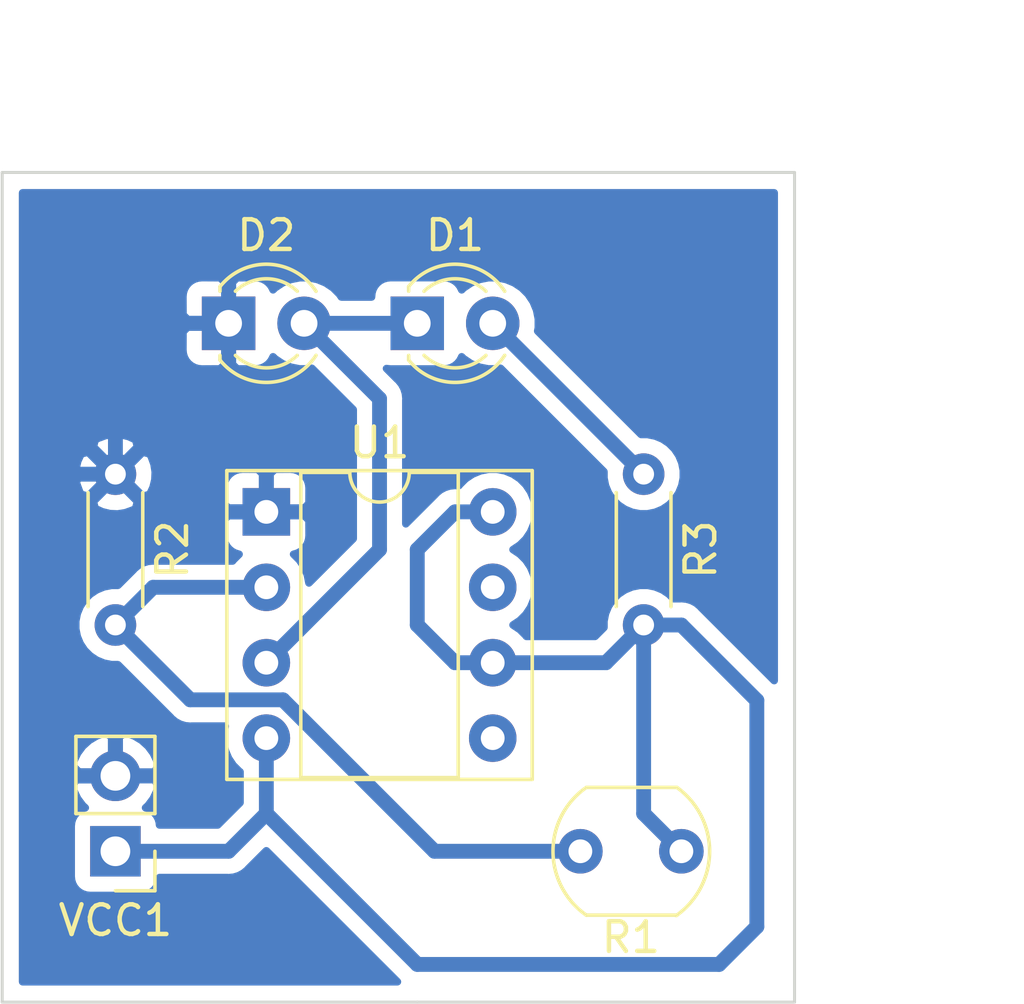
<source format=kicad_pcb>
(kicad_pcb (version 20171130) (host pcbnew "(5.1.9)-1")

  (general
    (thickness 1.6)
    (drawings 7)
    (tracks 39)
    (zones 0)
    (modules 7)
    (nets 8)
  )

  (page A4)
  (layers
    (0 F.Cu signal)
    (31 B.Cu signal)
    (32 B.Adhes user)
    (33 F.Adhes user)
    (34 B.Paste user)
    (35 F.Paste user)
    (36 B.SilkS user)
    (37 F.SilkS user)
    (38 B.Mask user)
    (39 F.Mask user)
    (40 Dwgs.User user)
    (41 Cmts.User user)
    (42 Eco1.User user)
    (43 Eco2.User user)
    (44 Edge.Cuts user)
    (45 Margin user)
    (46 B.CrtYd user)
    (47 F.CrtYd user)
    (48 B.Fab user)
    (49 F.Fab user)
  )

  (setup
    (last_trace_width 0.5)
    (trace_clearance 0.2)
    (zone_clearance 0.508)
    (zone_45_only no)
    (trace_min 0.2)
    (via_size 0.8)
    (via_drill 0.4)
    (via_min_size 0.4)
    (via_min_drill 0.3)
    (uvia_size 0.3)
    (uvia_drill 0.1)
    (uvias_allowed no)
    (uvia_min_size 0.2)
    (uvia_min_drill 0.1)
    (edge_width 0.1)
    (segment_width 0.2)
    (pcb_text_width 0.3)
    (pcb_text_size 1.5 1.5)
    (mod_edge_width 0.15)
    (mod_text_size 1 1)
    (mod_text_width 0.15)
    (pad_size 1.524 1.524)
    (pad_drill 0.762)
    (pad_to_mask_clearance 0)
    (aux_axis_origin 0 0)
    (visible_elements FFFFF77F)
    (pcbplotparams
      (layerselection 0x010fc_ffffffff)
      (usegerberextensions false)
      (usegerberattributes true)
      (usegerberadvancedattributes true)
      (creategerberjobfile true)
      (excludeedgelayer true)
      (linewidth 0.100000)
      (plotframeref false)
      (viasonmask false)
      (mode 1)
      (useauxorigin false)
      (hpglpennumber 1)
      (hpglpenspeed 20)
      (hpglpendiameter 15.000000)
      (psnegative false)
      (psa4output false)
      (plotreference true)
      (plotvalue true)
      (plotinvisibletext false)
      (padsonsilk false)
      (subtractmaskfromsilk false)
      (outputformat 1)
      (mirror false)
      (drillshape 1)
      (scaleselection 1)
      (outputdirectory ""))
  )

  (net 0 "")
  (net 1 "Net-(D1-Pad2)")
  (net 2 "Net-(D1-Pad1)")
  (net 3 "Net-(R1-Pad2)")
  (net 4 "Net-(R1-Pad1)")
  (net 5 "Net-(U1-Pad7)")
  (net 6 "Net-(U1-Pad5)")
  (net 7 GND)

  (net_class Default "This is the default net class."
    (clearance 0.2)
    (trace_width 0.5)
    (via_dia 0.8)
    (via_drill 0.4)
    (uvia_dia 0.3)
    (uvia_drill 0.1)
    (add_net GND)
    (add_net "Net-(D1-Pad1)")
    (add_net "Net-(D1-Pad2)")
    (add_net "Net-(R1-Pad1)")
    (add_net "Net-(R1-Pad2)")
    (add_net "Net-(U1-Pad5)")
    (add_net "Net-(U1-Pad7)")
  )

  (module Connector_PinHeader_2.54mm:PinHeader_1x02_P2.54mm_Vertical (layer F.Cu) (tedit 59FED5CC) (tstamp 6056222A)
    (at 133.35 88.9 180)
    (descr "Through hole straight pin header, 1x02, 2.54mm pitch, single row")
    (tags "Through hole pin header THT 1x02 2.54mm single row")
    (path /60560283)
    (fp_text reference VCC1 (at 0 -2.33) (layer F.SilkS)
      (effects (font (size 1 1) (thickness 0.15)))
    )
    (fp_text value "DC 9" (at 0 4.87) (layer F.Fab)
      (effects (font (size 1 1) (thickness 0.15)))
    )
    (fp_text user %R (at 0 1.27 90) (layer F.Fab)
      (effects (font (size 1 1) (thickness 0.15)))
    )
    (fp_line (start -0.635 -1.27) (end 1.27 -1.27) (layer F.Fab) (width 0.1))
    (fp_line (start 1.27 -1.27) (end 1.27 3.81) (layer F.Fab) (width 0.1))
    (fp_line (start 1.27 3.81) (end -1.27 3.81) (layer F.Fab) (width 0.1))
    (fp_line (start -1.27 3.81) (end -1.27 -0.635) (layer F.Fab) (width 0.1))
    (fp_line (start -1.27 -0.635) (end -0.635 -1.27) (layer F.Fab) (width 0.1))
    (fp_line (start -1.33 3.87) (end 1.33 3.87) (layer F.SilkS) (width 0.12))
    (fp_line (start -1.33 1.27) (end -1.33 3.87) (layer F.SilkS) (width 0.12))
    (fp_line (start 1.33 1.27) (end 1.33 3.87) (layer F.SilkS) (width 0.12))
    (fp_line (start -1.33 1.27) (end 1.33 1.27) (layer F.SilkS) (width 0.12))
    (fp_line (start -1.33 0) (end -1.33 -1.33) (layer F.SilkS) (width 0.12))
    (fp_line (start -1.33 -1.33) (end 0 -1.33) (layer F.SilkS) (width 0.12))
    (fp_line (start -1.8 -1.8) (end -1.8 4.35) (layer F.CrtYd) (width 0.05))
    (fp_line (start -1.8 4.35) (end 1.8 4.35) (layer F.CrtYd) (width 0.05))
    (fp_line (start 1.8 4.35) (end 1.8 -1.8) (layer F.CrtYd) (width 0.05))
    (fp_line (start 1.8 -1.8) (end -1.8 -1.8) (layer F.CrtYd) (width 0.05))
    (pad 2 thru_hole oval (at 0 2.54 180) (size 1.7 1.7) (drill 1) (layers *.Cu *.Mask)
      (net 7 GND))
    (pad 1 thru_hole rect (at 0 0 180) (size 1.7 1.7) (drill 1) (layers *.Cu *.Mask)
      (net 4 "Net-(R1-Pad1)"))
    (model ${KISYS3DMOD}/Connector_PinHeader_2.54mm.3dshapes/PinHeader_1x02_P2.54mm_Vertical.wrl
      (at (xyz 0 0 0))
      (scale (xyz 1 1 1))
      (rotate (xyz 0 0 0))
    )
  )

  (module Package_DIP:DIP-8_W7.62mm_Socket (layer F.Cu) (tedit 5A02E8C5) (tstamp 60562214)
    (at 138.43 77.47)
    (descr "8-lead though-hole mounted DIP package, row spacing 7.62 mm (300 mils), Socket")
    (tags "THT DIP DIL PDIP 2.54mm 7.62mm 300mil Socket")
    (path /6051D2A5)
    (fp_text reference U1 (at 3.81 -2.33) (layer F.SilkS)
      (effects (font (size 1 1) (thickness 0.15)))
    )
    (fp_text value LM555 (at 3.81 9.95) (layer F.Fab)
      (effects (font (size 1 1) (thickness 0.15)))
    )
    (fp_text user %R (at 3.81 3.81) (layer F.Fab)
      (effects (font (size 1 1) (thickness 0.15)))
    )
    (fp_arc (start 3.81 -1.33) (end 2.81 -1.33) (angle -180) (layer F.SilkS) (width 0.12))
    (fp_line (start 1.635 -1.27) (end 6.985 -1.27) (layer F.Fab) (width 0.1))
    (fp_line (start 6.985 -1.27) (end 6.985 8.89) (layer F.Fab) (width 0.1))
    (fp_line (start 6.985 8.89) (end 0.635 8.89) (layer F.Fab) (width 0.1))
    (fp_line (start 0.635 8.89) (end 0.635 -0.27) (layer F.Fab) (width 0.1))
    (fp_line (start 0.635 -0.27) (end 1.635 -1.27) (layer F.Fab) (width 0.1))
    (fp_line (start -1.27 -1.33) (end -1.27 8.95) (layer F.Fab) (width 0.1))
    (fp_line (start -1.27 8.95) (end 8.89 8.95) (layer F.Fab) (width 0.1))
    (fp_line (start 8.89 8.95) (end 8.89 -1.33) (layer F.Fab) (width 0.1))
    (fp_line (start 8.89 -1.33) (end -1.27 -1.33) (layer F.Fab) (width 0.1))
    (fp_line (start 2.81 -1.33) (end 1.16 -1.33) (layer F.SilkS) (width 0.12))
    (fp_line (start 1.16 -1.33) (end 1.16 8.95) (layer F.SilkS) (width 0.12))
    (fp_line (start 1.16 8.95) (end 6.46 8.95) (layer F.SilkS) (width 0.12))
    (fp_line (start 6.46 8.95) (end 6.46 -1.33) (layer F.SilkS) (width 0.12))
    (fp_line (start 6.46 -1.33) (end 4.81 -1.33) (layer F.SilkS) (width 0.12))
    (fp_line (start -1.33 -1.39) (end -1.33 9.01) (layer F.SilkS) (width 0.12))
    (fp_line (start -1.33 9.01) (end 8.95 9.01) (layer F.SilkS) (width 0.12))
    (fp_line (start 8.95 9.01) (end 8.95 -1.39) (layer F.SilkS) (width 0.12))
    (fp_line (start 8.95 -1.39) (end -1.33 -1.39) (layer F.SilkS) (width 0.12))
    (fp_line (start -1.55 -1.6) (end -1.55 9.2) (layer F.CrtYd) (width 0.05))
    (fp_line (start -1.55 9.2) (end 9.15 9.2) (layer F.CrtYd) (width 0.05))
    (fp_line (start 9.15 9.2) (end 9.15 -1.6) (layer F.CrtYd) (width 0.05))
    (fp_line (start 9.15 -1.6) (end -1.55 -1.6) (layer F.CrtYd) (width 0.05))
    (pad 8 thru_hole oval (at 7.62 0) (size 1.6 1.6) (drill 0.8) (layers *.Cu *.Mask)
      (net 4 "Net-(R1-Pad1)"))
    (pad 4 thru_hole oval (at 0 7.62) (size 1.6 1.6) (drill 0.8) (layers *.Cu *.Mask)
      (net 4 "Net-(R1-Pad1)"))
    (pad 7 thru_hole oval (at 7.62 2.54) (size 1.6 1.6) (drill 0.8) (layers *.Cu *.Mask)
      (net 5 "Net-(U1-Pad7)"))
    (pad 3 thru_hole oval (at 0 5.08) (size 1.6 1.6) (drill 0.8) (layers *.Cu *.Mask)
      (net 2 "Net-(D1-Pad1)"))
    (pad 6 thru_hole oval (at 7.62 5.08) (size 1.6 1.6) (drill 0.8) (layers *.Cu *.Mask)
      (net 4 "Net-(R1-Pad1)"))
    (pad 2 thru_hole oval (at 0 2.54) (size 1.6 1.6) (drill 0.8) (layers *.Cu *.Mask)
      (net 3 "Net-(R1-Pad2)"))
    (pad 5 thru_hole oval (at 7.62 7.62) (size 1.6 1.6) (drill 0.8) (layers *.Cu *.Mask)
      (net 6 "Net-(U1-Pad5)"))
    (pad 1 thru_hole rect (at 0 0) (size 1.6 1.6) (drill 0.8) (layers *.Cu *.Mask)
      (net 7 GND))
    (model ${KISYS3DMOD}/Package_DIP.3dshapes/DIP-8_W7.62mm_Socket.wrl
      (at (xyz 0 0 0))
      (scale (xyz 1 1 1))
      (rotate (xyz 0 0 0))
    )
  )

  (module Resistor_THT:R_Axial_DIN0204_L3.6mm_D1.6mm_P5.08mm_Horizontal (layer F.Cu) (tedit 5AE5139B) (tstamp 605621F0)
    (at 151.13 76.2 270)
    (descr "Resistor, Axial_DIN0204 series, Axial, Horizontal, pin pitch=5.08mm, 0.167W, length*diameter=3.6*1.6mm^2, http://cdn-reichelt.de/documents/datenblatt/B400/1_4W%23YAG.pdf")
    (tags "Resistor Axial_DIN0204 series Axial Horizontal pin pitch 5.08mm 0.167W length 3.6mm diameter 1.6mm")
    (path /6052405B)
    (fp_text reference R3 (at 2.54 -1.92 90) (layer F.SilkS)
      (effects (font (size 1 1) (thickness 0.15)))
    )
    (fp_text value 330E (at 2.54 1.92 90) (layer F.Fab)
      (effects (font (size 1 1) (thickness 0.15)))
    )
    (fp_text user %R (at 2.54 0 90) (layer F.Fab)
      (effects (font (size 0.72 0.72) (thickness 0.108)))
    )
    (fp_line (start 0.74 -0.8) (end 0.74 0.8) (layer F.Fab) (width 0.1))
    (fp_line (start 0.74 0.8) (end 4.34 0.8) (layer F.Fab) (width 0.1))
    (fp_line (start 4.34 0.8) (end 4.34 -0.8) (layer F.Fab) (width 0.1))
    (fp_line (start 4.34 -0.8) (end 0.74 -0.8) (layer F.Fab) (width 0.1))
    (fp_line (start 0 0) (end 0.74 0) (layer F.Fab) (width 0.1))
    (fp_line (start 5.08 0) (end 4.34 0) (layer F.Fab) (width 0.1))
    (fp_line (start 0.62 -0.92) (end 4.46 -0.92) (layer F.SilkS) (width 0.12))
    (fp_line (start 0.62 0.92) (end 4.46 0.92) (layer F.SilkS) (width 0.12))
    (fp_line (start -0.95 -1.05) (end -0.95 1.05) (layer F.CrtYd) (width 0.05))
    (fp_line (start -0.95 1.05) (end 6.03 1.05) (layer F.CrtYd) (width 0.05))
    (fp_line (start 6.03 1.05) (end 6.03 -1.05) (layer F.CrtYd) (width 0.05))
    (fp_line (start 6.03 -1.05) (end -0.95 -1.05) (layer F.CrtYd) (width 0.05))
    (pad 2 thru_hole oval (at 5.08 0 270) (size 1.4 1.4) (drill 0.7) (layers *.Cu *.Mask)
      (net 4 "Net-(R1-Pad1)"))
    (pad 1 thru_hole circle (at 0 0 270) (size 1.4 1.4) (drill 0.7) (layers *.Cu *.Mask)
      (net 1 "Net-(D1-Pad2)"))
    (model ${KISYS3DMOD}/Resistor_THT.3dshapes/R_Axial_DIN0204_L3.6mm_D1.6mm_P5.08mm_Horizontal.wrl
      (at (xyz 0 0 0))
      (scale (xyz 1 1 1))
      (rotate (xyz 0 0 0))
    )
  )

  (module Resistor_THT:R_Axial_DIN0204_L3.6mm_D1.6mm_P5.08mm_Horizontal (layer F.Cu) (tedit 5AE5139B) (tstamp 605621DD)
    (at 133.35 76.2 270)
    (descr "Resistor, Axial_DIN0204 series, Axial, Horizontal, pin pitch=5.08mm, 0.167W, length*diameter=3.6*1.6mm^2, http://cdn-reichelt.de/documents/datenblatt/B400/1_4W%23YAG.pdf")
    (tags "Resistor Axial_DIN0204 series Axial Horizontal pin pitch 5.08mm 0.167W length 3.6mm diameter 1.6mm")
    (path /60521EFC)
    (fp_text reference R2 (at 2.54 -1.92 90) (layer F.SilkS)
      (effects (font (size 1 1) (thickness 0.15)))
    )
    (fp_text value 47K (at 2.54 1.92 90) (layer F.Fab)
      (effects (font (size 1 1) (thickness 0.15)))
    )
    (fp_text user %R (at 2.54 0 90) (layer F.Fab)
      (effects (font (size 0.72 0.72) (thickness 0.108)))
    )
    (fp_line (start 0.74 -0.8) (end 0.74 0.8) (layer F.Fab) (width 0.1))
    (fp_line (start 0.74 0.8) (end 4.34 0.8) (layer F.Fab) (width 0.1))
    (fp_line (start 4.34 0.8) (end 4.34 -0.8) (layer F.Fab) (width 0.1))
    (fp_line (start 4.34 -0.8) (end 0.74 -0.8) (layer F.Fab) (width 0.1))
    (fp_line (start 0 0) (end 0.74 0) (layer F.Fab) (width 0.1))
    (fp_line (start 5.08 0) (end 4.34 0) (layer F.Fab) (width 0.1))
    (fp_line (start 0.62 -0.92) (end 4.46 -0.92) (layer F.SilkS) (width 0.12))
    (fp_line (start 0.62 0.92) (end 4.46 0.92) (layer F.SilkS) (width 0.12))
    (fp_line (start -0.95 -1.05) (end -0.95 1.05) (layer F.CrtYd) (width 0.05))
    (fp_line (start -0.95 1.05) (end 6.03 1.05) (layer F.CrtYd) (width 0.05))
    (fp_line (start 6.03 1.05) (end 6.03 -1.05) (layer F.CrtYd) (width 0.05))
    (fp_line (start 6.03 -1.05) (end -0.95 -1.05) (layer F.CrtYd) (width 0.05))
    (pad 2 thru_hole oval (at 5.08 0 270) (size 1.4 1.4) (drill 0.7) (layers *.Cu *.Mask)
      (net 3 "Net-(R1-Pad2)"))
    (pad 1 thru_hole circle (at 0 0 270) (size 1.4 1.4) (drill 0.7) (layers *.Cu *.Mask)
      (net 7 GND))
    (model ${KISYS3DMOD}/Resistor_THT.3dshapes/R_Axial_DIN0204_L3.6mm_D1.6mm_P5.08mm_Horizontal.wrl
      (at (xyz 0 0 0))
      (scale (xyz 1 1 1))
      (rotate (xyz 0 0 0))
    )
  )

  (module OptoDevice:R_LDR_5.1x4.3mm_P3.4mm_Vertical (layer F.Cu) (tedit 5B8603DB) (tstamp 605621CA)
    (at 152.4 88.9 180)
    (descr "Resistor, LDR 5.1x3.4mm, see http://yourduino.com/docs/Photoresistor-5516-datasheet.pdf")
    (tags "Resistor LDR5.1x3.4mm")
    (path /60552485)
    (fp_text reference R1 (at 1.7 -2.9) (layer F.SilkS)
      (effects (font (size 1 1) (thickness 0.15)))
    )
    (fp_text value LDR07 (at 1.5 3) (layer F.Fab)
      (effects (font (size 1 1) (thickness 0.15)))
    )
    (fp_arc (start 1.7 0) (end 0.2 2.1) (angle 109) (layer F.Fab) (width 0.1))
    (fp_arc (start 1.7 0) (end 3.2 -2.1) (angle 109) (layer F.Fab) (width 0.1))
    (fp_arc (start 1.7 0) (end 3.2 -2.15) (angle 109) (layer F.SilkS) (width 0.12))
    (fp_arc (start 1.7 0) (end 0.15 2.15) (angle 109) (layer F.SilkS) (width 0.12))
    (fp_text user %R (at 1.7 -2.9) (layer F.Fab)
      (effects (font (size 1 1) (thickness 0.15)))
    )
    (fp_line (start 0.15 2.15) (end 3.2 2.15) (layer F.SilkS) (width 0.12))
    (fp_line (start 0.15 -2.15) (end 3.2 -2.15) (layer F.SilkS) (width 0.12))
    (fp_line (start 1 0) (end 2.3 0) (layer F.Fab) (width 0.1))
    (fp_line (start 2.3 0) (end 2.3 -0.6) (layer F.Fab) (width 0.1))
    (fp_line (start 2.3 -0.6) (end 0.8 -0.6) (layer F.Fab) (width 0.1))
    (fp_line (start 2.6 0.6) (end 1 0.6) (layer F.Fab) (width 0.1))
    (fp_line (start 0.8 -1.8) (end 2.6 -1.8) (layer F.Fab) (width 0.1))
    (fp_line (start 2.6 -1.8) (end 2.6 -1.2) (layer F.Fab) (width 0.1))
    (fp_line (start 2.6 -1.2) (end 0.8 -1.2) (layer F.Fab) (width 0.1))
    (fp_line (start 0.8 -1.2) (end 0.8 -0.6) (layer F.Fab) (width 0.1))
    (fp_line (start 1 0) (end 1 0.6) (layer F.Fab) (width 0.1))
    (fp_line (start 2.6 0.6) (end 2.6 1.2) (layer F.Fab) (width 0.1))
    (fp_line (start 2.6 1.2) (end 0.8 1.2) (layer F.Fab) (width 0.1))
    (fp_line (start 0.8 1.2) (end 0.8 1.8) (layer F.Fab) (width 0.1))
    (fp_line (start 0.8 1.8) (end 2.6 1.8) (layer F.Fab) (width 0.1))
    (fp_line (start 3.2 2.1) (end 0.2 2.1) (layer F.Fab) (width 0.1))
    (fp_line (start 0.2 -2.1) (end 3.2 -2.1) (layer F.Fab) (width 0.1))
    (fp_line (start -1.13 -2.35) (end 4.53 -2.35) (layer F.CrtYd) (width 0.05))
    (fp_line (start -1.13 -2.35) (end -1.13 2.35) (layer F.CrtYd) (width 0.05))
    (fp_line (start 4.53 2.35) (end 4.53 -2.35) (layer F.CrtYd) (width 0.05))
    (fp_line (start 4.53 2.35) (end -1.13 2.35) (layer F.CrtYd) (width 0.05))
    (pad 2 thru_hole circle (at 3.4 0 180) (size 1.5 1.5) (drill 0.8) (layers *.Cu *.Mask)
      (net 3 "Net-(R1-Pad2)"))
    (pad 1 thru_hole circle (at 0 0 180) (size 1.5 1.5) (drill 0.8) (layers *.Cu *.Mask)
      (net 4 "Net-(R1-Pad1)"))
    (model ${KISYS3DMOD}/OptoDevice.3dshapes/R_LDR_5.1x4.3mm_P3.4mm_Vertical.wrl
      (at (xyz 0 0 0))
      (scale (xyz 1 1 1))
      (rotate (xyz 0 0 0))
    )
  )

  (module LED_THT:LED_D3.0mm (layer F.Cu) (tedit 587A3A7B) (tstamp 605621AA)
    (at 137.16 71.12)
    (descr "LED, diameter 3.0mm, 2 pins")
    (tags "LED diameter 3.0mm 2 pins")
    (path /6051E1CB)
    (fp_text reference D2 (at 1.27 -2.96) (layer F.SilkS)
      (effects (font (size 1 1) (thickness 0.15)))
    )
    (fp_text value LED (at 1.27 2.96) (layer F.Fab)
      (effects (font (size 1 1) (thickness 0.15)))
    )
    (fp_arc (start 1.27 0) (end 0.229039 1.08) (angle -87.9) (layer F.SilkS) (width 0.12))
    (fp_arc (start 1.27 0) (end 0.229039 -1.08) (angle 87.9) (layer F.SilkS) (width 0.12))
    (fp_arc (start 1.27 0) (end -0.29 1.235516) (angle -108.8) (layer F.SilkS) (width 0.12))
    (fp_arc (start 1.27 0) (end -0.29 -1.235516) (angle 108.8) (layer F.SilkS) (width 0.12))
    (fp_arc (start 1.27 0) (end -0.23 -1.16619) (angle 284.3) (layer F.Fab) (width 0.1))
    (fp_circle (center 1.27 0) (end 2.77 0) (layer F.Fab) (width 0.1))
    (fp_line (start -0.23 -1.16619) (end -0.23 1.16619) (layer F.Fab) (width 0.1))
    (fp_line (start -0.29 -1.236) (end -0.29 -1.08) (layer F.SilkS) (width 0.12))
    (fp_line (start -0.29 1.08) (end -0.29 1.236) (layer F.SilkS) (width 0.12))
    (fp_line (start -1.15 -2.25) (end -1.15 2.25) (layer F.CrtYd) (width 0.05))
    (fp_line (start -1.15 2.25) (end 3.7 2.25) (layer F.CrtYd) (width 0.05))
    (fp_line (start 3.7 2.25) (end 3.7 -2.25) (layer F.CrtYd) (width 0.05))
    (fp_line (start 3.7 -2.25) (end -1.15 -2.25) (layer F.CrtYd) (width 0.05))
    (pad 2 thru_hole circle (at 2.54 0) (size 1.8 1.8) (drill 0.9) (layers *.Cu *.Mask)
      (net 2 "Net-(D1-Pad1)"))
    (pad 1 thru_hole rect (at 0 0) (size 1.8 1.8) (drill 0.9) (layers *.Cu *.Mask)
      (net 7 GND))
    (model ${KISYS3DMOD}/LED_THT.3dshapes/LED_D3.0mm.wrl
      (at (xyz 0 0 0))
      (scale (xyz 1 1 1))
      (rotate (xyz 0 0 0))
    )
  )

  (module LED_THT:LED_D3.0mm (layer F.Cu) (tedit 587A3A7B) (tstamp 60562197)
    (at 143.51 71.12)
    (descr "LED, diameter 3.0mm, 2 pins")
    (tags "LED diameter 3.0mm 2 pins")
    (path /6055A62C)
    (fp_text reference D1 (at 1.27 -2.96) (layer F.SilkS)
      (effects (font (size 1 1) (thickness 0.15)))
    )
    (fp_text value LED (at 1.27 2.96) (layer F.Fab)
      (effects (font (size 1 1) (thickness 0.15)))
    )
    (fp_arc (start 1.27 0) (end 0.229039 1.08) (angle -87.9) (layer F.SilkS) (width 0.12))
    (fp_arc (start 1.27 0) (end 0.229039 -1.08) (angle 87.9) (layer F.SilkS) (width 0.12))
    (fp_arc (start 1.27 0) (end -0.29 1.235516) (angle -108.8) (layer F.SilkS) (width 0.12))
    (fp_arc (start 1.27 0) (end -0.29 -1.235516) (angle 108.8) (layer F.SilkS) (width 0.12))
    (fp_arc (start 1.27 0) (end -0.23 -1.16619) (angle 284.3) (layer F.Fab) (width 0.1))
    (fp_circle (center 1.27 0) (end 2.77 0) (layer F.Fab) (width 0.1))
    (fp_line (start -0.23 -1.16619) (end -0.23 1.16619) (layer F.Fab) (width 0.1))
    (fp_line (start -0.29 -1.236) (end -0.29 -1.08) (layer F.SilkS) (width 0.12))
    (fp_line (start -0.29 1.08) (end -0.29 1.236) (layer F.SilkS) (width 0.12))
    (fp_line (start -1.15 -2.25) (end -1.15 2.25) (layer F.CrtYd) (width 0.05))
    (fp_line (start -1.15 2.25) (end 3.7 2.25) (layer F.CrtYd) (width 0.05))
    (fp_line (start 3.7 2.25) (end 3.7 -2.25) (layer F.CrtYd) (width 0.05))
    (fp_line (start 3.7 -2.25) (end -1.15 -2.25) (layer F.CrtYd) (width 0.05))
    (pad 2 thru_hole circle (at 2.54 0) (size 1.8 1.8) (drill 0.9) (layers *.Cu *.Mask)
      (net 1 "Net-(D1-Pad2)"))
    (pad 1 thru_hole rect (at 0 0) (size 1.8 1.8) (drill 0.9) (layers *.Cu *.Mask)
      (net 2 "Net-(D1-Pad1)"))
    (model ${KISYS3DMOD}/LED_THT.3dshapes/LED_D3.0mm.wrl
      (at (xyz 0 0 0))
      (scale (xyz 1 1 1))
      (rotate (xyz 0 0 0))
    )
  )

  (dimension 26.67 (width 0.15) (layer Dwgs.User)
    (gr_text "26.670 mm" (at 142.875 60.93) (layer Dwgs.User)
      (effects (font (size 1 1) (thickness 0.15)))
    )
    (feature1 (pts (xy 129.54 66.04) (xy 129.54 61.643579)))
    (feature2 (pts (xy 156.21 66.04) (xy 156.21 61.643579)))
    (crossbar (pts (xy 156.21 62.23) (xy 129.54 62.23)))
    (arrow1a (pts (xy 129.54 62.23) (xy 130.666504 61.643579)))
    (arrow1b (pts (xy 129.54 62.23) (xy 130.666504 62.816421)))
    (arrow2a (pts (xy 156.21 62.23) (xy 155.083496 61.643579)))
    (arrow2b (pts (xy 156.21 62.23) (xy 155.083496 62.816421)))
  )
  (dimension 27.94 (width 0.15) (layer Dwgs.User)
    (gr_text "27.940 mm" (at 162.59 80.01 90) (layer Dwgs.User)
      (effects (font (size 1 1) (thickness 0.15)))
    )
    (feature1 (pts (xy 156.21 66.04) (xy 161.876421 66.04)))
    (feature2 (pts (xy 156.21 93.98) (xy 161.876421 93.98)))
    (crossbar (pts (xy 161.29 93.98) (xy 161.29 66.04)))
    (arrow1a (pts (xy 161.29 66.04) (xy 161.876421 67.166504)))
    (arrow1b (pts (xy 161.29 66.04) (xy 160.703579 67.166504)))
    (arrow2a (pts (xy 161.29 93.98) (xy 161.876421 92.853496)))
    (arrow2b (pts (xy 161.29 93.98) (xy 160.703579 92.853496)))
  )
  (gr_line (start 129.54 93.98) (end 143.51 93.98) (layer Edge.Cuts) (width 0.1) (tstamp 60562A6A))
  (gr_line (start 129.54 66.04) (end 129.54 93.98) (layer Edge.Cuts) (width 0.1))
  (gr_line (start 156.21 66.04) (end 129.54 66.04) (layer Edge.Cuts) (width 0.1))
  (gr_line (start 156.21 93.98) (end 156.21 66.04) (layer Edge.Cuts) (width 0.1))
  (gr_line (start 143.51 93.98) (end 156.21 93.98) (layer Edge.Cuts) (width 0.1))

  (segment (start 146.05 71.12) (end 151.13 76.2) (width 0.5) (layer B.Cu) (net 1))
  (segment (start 143.51 71.12) (end 139.7 71.12) (width 0.5) (layer B.Cu) (net 2))
  (segment (start 139.7 71.12) (end 142.24 73.66) (width 0.5) (layer B.Cu) (net 2))
  (segment (start 142.24 78.74) (end 142.24 73.66) (width 0.5) (layer B.Cu) (net 2))
  (segment (start 138.43 82.55) (end 142.24 78.74) (width 0.5) (layer B.Cu) (net 2))
  (segment (start 137.16 71.12) (end 134.62 71.12) (width 0.5) (layer B.Cu) (net 7))
  (segment (start 133.35 72.39) (end 133.35 76.2) (width 0.5) (layer B.Cu) (net 7))
  (segment (start 134.62 71.12) (end 133.35 72.39) (width 0.5) (layer B.Cu) (net 7))
  (segment (start 134.62 77.47) (end 133.35 76.2) (width 0.5) (layer B.Cu) (net 7))
  (segment (start 138.43 77.47) (end 134.62 77.47) (width 0.5) (layer B.Cu) (net 7))
  (segment (start 133.35 76.2) (end 132.08 76.2) (width 0.5) (layer B.Cu) (net 7))
  (segment (start 132.08 76.2) (end 130.81 77.47) (width 0.5) (layer B.Cu) (net 7))
  (segment (start 130.81 77.47) (end 130.81 85.09) (width 0.5) (layer B.Cu) (net 7))
  (segment (start 130.81 85.09) (end 132.08 86.36) (width 0.5) (layer B.Cu) (net 7))
  (segment (start 132.08 86.36) (end 133.35 86.36) (width 0.5) (layer B.Cu) (net 7))
  (segment (start 133.35 81.28) (end 134.62 80.01) (width 0.5) (layer B.Cu) (net 3))
  (segment (start 134.62 80.01) (end 138.43 80.01) (width 0.5) (layer B.Cu) (net 3))
  (segment (start 135.870001 83.800001) (end 133.35 81.28) (width 0.5) (layer B.Cu) (net 3))
  (segment (start 138.990003 83.800001) (end 135.870001 83.800001) (width 0.5) (layer B.Cu) (net 3))
  (segment (start 144.090002 88.9) (end 138.990003 83.800001) (width 0.5) (layer B.Cu) (net 3))
  (segment (start 149 88.9) (end 144.090002 88.9) (width 0.5) (layer B.Cu) (net 3))
  (segment (start 133.35 88.9) (end 137.16 88.9) (width 0.5) (layer B.Cu) (net 4))
  (segment (start 138.43 87.63) (end 138.43 85.09) (width 0.5) (layer B.Cu) (net 4))
  (segment (start 137.16 88.9) (end 138.43 87.63) (width 0.5) (layer B.Cu) (net 4))
  (segment (start 151.13 87.63) (end 152.4 88.9) (width 0.5) (layer B.Cu) (net 4))
  (segment (start 151.13 81.28) (end 151.13 87.63) (width 0.5) (layer B.Cu) (net 4))
  (segment (start 149.86 82.55) (end 151.13 81.28) (width 0.5) (layer B.Cu) (net 4))
  (segment (start 146.05 82.55) (end 149.86 82.55) (width 0.5) (layer B.Cu) (net 4))
  (segment (start 146.05 77.47) (end 144.78 77.47) (width 0.5) (layer B.Cu) (net 4))
  (segment (start 144.78 77.47) (end 143.51 78.74) (width 0.5) (layer B.Cu) (net 4))
  (segment (start 146.05 82.55) (end 144.78 82.55) (width 0.5) (layer B.Cu) (net 4))
  (segment (start 144.78 82.55) (end 143.51 81.28) (width 0.5) (layer B.Cu) (net 4))
  (segment (start 143.51 81.28) (end 143.51 78.74) (width 0.5) (layer B.Cu) (net 4))
  (segment (start 152.4 81.28) (end 151.13 81.28) (width 0.5) (layer B.Cu) (net 4))
  (segment (start 154.94 83.82) (end 152.4 81.28) (width 0.5) (layer B.Cu) (net 4))
  (segment (start 154.94 91.44) (end 154.94 83.82) (width 0.5) (layer B.Cu) (net 4))
  (segment (start 153.67 92.71) (end 154.94 91.44) (width 0.5) (layer B.Cu) (net 4))
  (segment (start 143.51 92.71) (end 153.67 92.71) (width 0.5) (layer B.Cu) (net 4))
  (segment (start 138.43 87.63) (end 143.51 92.71) (width 0.5) (layer B.Cu) (net 4))

  (zone (net 7) (net_name GND) (layer B.Cu) (tstamp 0) (hatch edge 0.508)
    (connect_pads (clearance 0.508))
    (min_thickness 0.254)
    (fill yes (arc_segments 32) (thermal_gap 0.508) (thermal_bridge_width 0.508))
    (polygon
      (pts
        (xy 156.21 93.98) (xy 129.54 93.98) (xy 129.54 66.04) (xy 156.21 66.04)
      )
    )
    (filled_polygon
      (pts
        (xy 155.525 83.153421) (xy 153.056532 80.684954) (xy 153.028817 80.651183) (xy 152.894059 80.540589) (xy 152.740313 80.458411)
        (xy 152.57349 80.407805) (xy 152.443477 80.395) (xy 152.443469 80.395) (xy 152.4 80.390719) (xy 152.356531 80.395)
        (xy 152.132975 80.395) (xy 151.981013 80.243038) (xy 151.762359 80.096939) (xy 151.519405 79.996304) (xy 151.261486 79.945)
        (xy 150.998514 79.945) (xy 150.740595 79.996304) (xy 150.497641 80.096939) (xy 150.278987 80.243038) (xy 150.093038 80.428987)
        (xy 149.946939 80.647641) (xy 149.846304 80.890595) (xy 149.795 81.148514) (xy 149.795 81.363422) (xy 149.493422 81.665)
        (xy 147.184521 81.665) (xy 147.164637 81.635241) (xy 146.964759 81.435363) (xy 146.732241 81.28) (xy 146.964759 81.124637)
        (xy 147.164637 80.924759) (xy 147.32168 80.689727) (xy 147.429853 80.428574) (xy 147.485 80.151335) (xy 147.485 79.868665)
        (xy 147.429853 79.591426) (xy 147.32168 79.330273) (xy 147.164637 79.095241) (xy 146.964759 78.895363) (xy 146.732241 78.74)
        (xy 146.964759 78.584637) (xy 147.164637 78.384759) (xy 147.32168 78.149727) (xy 147.429853 77.888574) (xy 147.485 77.611335)
        (xy 147.485 77.328665) (xy 147.429853 77.051426) (xy 147.32168 76.790273) (xy 147.164637 76.555241) (xy 146.964759 76.355363)
        (xy 146.729727 76.19832) (xy 146.468574 76.090147) (xy 146.191335 76.035) (xy 145.908665 76.035) (xy 145.631426 76.090147)
        (xy 145.370273 76.19832) (xy 145.135241 76.355363) (xy 144.935363 76.555241) (xy 144.915479 76.585) (xy 144.823465 76.585)
        (xy 144.779999 76.580719) (xy 144.736533 76.585) (xy 144.736523 76.585) (xy 144.60651 76.597805) (xy 144.439687 76.648411)
        (xy 144.285941 76.730589) (xy 144.285939 76.73059) (xy 144.28594 76.73059) (xy 144.184953 76.813468) (xy 144.184951 76.81347)
        (xy 144.151183 76.841183) (xy 144.12347 76.874951) (xy 143.125 77.873422) (xy 143.125 73.703465) (xy 143.129281 73.659999)
        (xy 143.125 73.616533) (xy 143.125 73.616523) (xy 143.112195 73.48651) (xy 143.061589 73.319687) (xy 142.979411 73.165941)
        (xy 142.868817 73.031183) (xy 142.835049 73.00347) (xy 142.473852 72.642273) (xy 142.485518 72.645812) (xy 142.61 72.658072)
        (xy 144.41 72.658072) (xy 144.534482 72.645812) (xy 144.65418 72.609502) (xy 144.764494 72.550537) (xy 144.861185 72.471185)
        (xy 144.940537 72.374494) (xy 144.999502 72.26418) (xy 145.005056 72.245873) (xy 145.071495 72.312312) (xy 145.322905 72.480299)
        (xy 145.602257 72.596011) (xy 145.898816 72.655) (xy 146.201184 72.655) (xy 146.311482 72.63306) (xy 149.795 76.116579)
        (xy 149.795 76.331486) (xy 149.846304 76.589405) (xy 149.946939 76.832359) (xy 150.093038 77.051013) (xy 150.278987 77.236962)
        (xy 150.497641 77.383061) (xy 150.740595 77.483696) (xy 150.998514 77.535) (xy 151.261486 77.535) (xy 151.519405 77.483696)
        (xy 151.762359 77.383061) (xy 151.981013 77.236962) (xy 152.166962 77.051013) (xy 152.313061 76.832359) (xy 152.413696 76.589405)
        (xy 152.465 76.331486) (xy 152.465 76.068514) (xy 152.413696 75.810595) (xy 152.313061 75.567641) (xy 152.166962 75.348987)
        (xy 151.981013 75.163038) (xy 151.762359 75.016939) (xy 151.519405 74.916304) (xy 151.261486 74.865) (xy 151.046579 74.865)
        (xy 147.56306 71.381482) (xy 147.585 71.271184) (xy 147.585 70.968816) (xy 147.526011 70.672257) (xy 147.410299 70.392905)
        (xy 147.242312 70.141495) (xy 147.028505 69.927688) (xy 146.777095 69.759701) (xy 146.497743 69.643989) (xy 146.201184 69.585)
        (xy 145.898816 69.585) (xy 145.602257 69.643989) (xy 145.322905 69.759701) (xy 145.071495 69.927688) (xy 145.005056 69.994127)
        (xy 144.999502 69.97582) (xy 144.940537 69.865506) (xy 144.861185 69.768815) (xy 144.764494 69.689463) (xy 144.65418 69.630498)
        (xy 144.534482 69.594188) (xy 144.41 69.581928) (xy 142.61 69.581928) (xy 142.485518 69.594188) (xy 142.36582 69.630498)
        (xy 142.255506 69.689463) (xy 142.158815 69.768815) (xy 142.079463 69.865506) (xy 142.020498 69.97582) (xy 141.984188 70.095518)
        (xy 141.971928 70.22) (xy 141.971928 70.235) (xy 140.95479 70.235) (xy 140.892312 70.141495) (xy 140.678505 69.927688)
        (xy 140.427095 69.759701) (xy 140.147743 69.643989) (xy 139.851184 69.585) (xy 139.548816 69.585) (xy 139.252257 69.643989)
        (xy 138.972905 69.759701) (xy 138.721495 69.927688) (xy 138.655056 69.994127) (xy 138.649502 69.97582) (xy 138.590537 69.865506)
        (xy 138.511185 69.768815) (xy 138.414494 69.689463) (xy 138.30418 69.630498) (xy 138.184482 69.594188) (xy 138.06 69.581928)
        (xy 137.44575 69.585) (xy 137.287 69.74375) (xy 137.287 70.993) (xy 137.307 70.993) (xy 137.307 71.247)
        (xy 137.287 71.247) (xy 137.287 72.49625) (xy 137.44575 72.655) (xy 138.06 72.658072) (xy 138.184482 72.645812)
        (xy 138.30418 72.609502) (xy 138.414494 72.550537) (xy 138.511185 72.471185) (xy 138.590537 72.374494) (xy 138.649502 72.26418)
        (xy 138.655056 72.245873) (xy 138.721495 72.312312) (xy 138.972905 72.480299) (xy 139.252257 72.596011) (xy 139.548816 72.655)
        (xy 139.851184 72.655) (xy 139.961482 72.63306) (xy 141.355001 74.02658) (xy 141.355 78.373421) (xy 139.86413 79.864291)
        (xy 139.809853 79.591426) (xy 139.70168 79.330273) (xy 139.544637 79.095241) (xy 139.346039 78.896643) (xy 139.354482 78.895812)
        (xy 139.47418 78.859502) (xy 139.584494 78.800537) (xy 139.681185 78.721185) (xy 139.760537 78.624494) (xy 139.819502 78.51418)
        (xy 139.855812 78.394482) (xy 139.868072 78.27) (xy 139.865 77.75575) (xy 139.70625 77.597) (xy 138.557 77.597)
        (xy 138.557 77.617) (xy 138.303 77.617) (xy 138.303 77.597) (xy 137.15375 77.597) (xy 136.995 77.75575)
        (xy 136.991928 78.27) (xy 137.004188 78.394482) (xy 137.040498 78.51418) (xy 137.099463 78.624494) (xy 137.178815 78.721185)
        (xy 137.275506 78.800537) (xy 137.38582 78.859502) (xy 137.505518 78.895812) (xy 137.513961 78.896643) (xy 137.315363 79.095241)
        (xy 137.295479 79.125) (xy 134.663465 79.125) (xy 134.619999 79.120719) (xy 134.576533 79.125) (xy 134.576523 79.125)
        (xy 134.44651 79.137805) (xy 134.279687 79.188411) (xy 134.125941 79.270589) (xy 134.125939 79.27059) (xy 134.12594 79.27059)
        (xy 134.024953 79.353468) (xy 134.024951 79.35347) (xy 133.991183 79.381183) (xy 133.96347 79.414951) (xy 133.433421 79.945)
        (xy 133.218514 79.945) (xy 132.960595 79.996304) (xy 132.717641 80.096939) (xy 132.498987 80.243038) (xy 132.313038 80.428987)
        (xy 132.166939 80.647641) (xy 132.066304 80.890595) (xy 132.015 81.148514) (xy 132.015 81.411486) (xy 132.066304 81.669405)
        (xy 132.166939 81.912359) (xy 132.313038 82.131013) (xy 132.498987 82.316962) (xy 132.717641 82.463061) (xy 132.960595 82.563696)
        (xy 133.218514 82.615) (xy 133.433422 82.615) (xy 135.213471 84.39505) (xy 135.241184 84.428818) (xy 135.274952 84.456531)
        (xy 135.274954 84.456533) (xy 135.375942 84.539412) (xy 135.529687 84.62159) (xy 135.693973 84.671426) (xy 135.696511 84.672196)
        (xy 135.826524 84.685001) (xy 135.826532 84.685001) (xy 135.870001 84.689282) (xy 135.91347 84.685001) (xy 137.047447 84.685001)
        (xy 136.995 84.948665) (xy 136.995 85.231335) (xy 137.050147 85.508574) (xy 137.15832 85.769727) (xy 137.315363 86.004759)
        (xy 137.515241 86.204637) (xy 137.545001 86.224522) (xy 137.545 87.263421) (xy 136.793422 88.015) (xy 134.834625 88.015)
        (xy 134.825812 87.925518) (xy 134.789502 87.80582) (xy 134.730537 87.695506) (xy 134.651185 87.598815) (xy 134.554494 87.519463)
        (xy 134.44418 87.460498) (xy 134.363534 87.436034) (xy 134.447588 87.360269) (xy 134.621641 87.12692) (xy 134.746825 86.864099)
        (xy 134.791476 86.71689) (xy 134.670155 86.487) (xy 133.477 86.487) (xy 133.477 86.507) (xy 133.223 86.507)
        (xy 133.223 86.487) (xy 132.029845 86.487) (xy 131.908524 86.71689) (xy 131.953175 86.864099) (xy 132.078359 87.12692)
        (xy 132.252412 87.360269) (xy 132.336466 87.436034) (xy 132.25582 87.460498) (xy 132.145506 87.519463) (xy 132.048815 87.598815)
        (xy 131.969463 87.695506) (xy 131.910498 87.80582) (xy 131.874188 87.925518) (xy 131.861928 88.05) (xy 131.861928 89.75)
        (xy 131.874188 89.874482) (xy 131.910498 89.99418) (xy 131.969463 90.104494) (xy 132.048815 90.201185) (xy 132.145506 90.280537)
        (xy 132.25582 90.339502) (xy 132.375518 90.375812) (xy 132.5 90.388072) (xy 134.2 90.388072) (xy 134.324482 90.375812)
        (xy 134.44418 90.339502) (xy 134.554494 90.280537) (xy 134.651185 90.201185) (xy 134.730537 90.104494) (xy 134.789502 89.99418)
        (xy 134.825812 89.874482) (xy 134.834625 89.785) (xy 137.116531 89.785) (xy 137.16 89.789281) (xy 137.203469 89.785)
        (xy 137.203477 89.785) (xy 137.33349 89.772195) (xy 137.500313 89.721589) (xy 137.654059 89.639411) (xy 137.788817 89.528817)
        (xy 137.816534 89.495044) (xy 138.43 88.881578) (xy 142.843421 93.295) (xy 130.225 93.295) (xy 130.225 86.00311)
        (xy 131.908524 86.00311) (xy 132.029845 86.233) (xy 133.223 86.233) (xy 133.223 85.039186) (xy 133.477 85.039186)
        (xy 133.477 86.233) (xy 134.670155 86.233) (xy 134.791476 86.00311) (xy 134.746825 85.855901) (xy 134.621641 85.59308)
        (xy 134.447588 85.359731) (xy 134.231355 85.164822) (xy 133.981252 85.015843) (xy 133.706891 84.918519) (xy 133.477 85.039186)
        (xy 133.223 85.039186) (xy 132.993109 84.918519) (xy 132.718748 85.015843) (xy 132.468645 85.164822) (xy 132.252412 85.359731)
        (xy 132.078359 85.59308) (xy 131.953175 85.855901) (xy 131.908524 86.00311) (xy 130.225 86.00311) (xy 130.225 77.121269)
        (xy 132.608336 77.121269) (xy 132.667797 77.355037) (xy 132.906242 77.465934) (xy 133.16174 77.528183) (xy 133.424473 77.53939)
        (xy 133.684344 77.499125) (xy 133.931366 77.408935) (xy 134.032203 77.355037) (xy 134.091664 77.121269) (xy 133.35 76.379605)
        (xy 132.608336 77.121269) (xy 130.225 77.121269) (xy 130.225 76.274473) (xy 132.01061 76.274473) (xy 132.050875 76.534344)
        (xy 132.141065 76.781366) (xy 132.194963 76.882203) (xy 132.428731 76.941664) (xy 133.170395 76.2) (xy 133.529605 76.2)
        (xy 134.271269 76.941664) (xy 134.505037 76.882203) (xy 134.603729 76.67) (xy 136.991928 76.67) (xy 136.995 77.18425)
        (xy 137.15375 77.343) (xy 138.303 77.343) (xy 138.303 76.19375) (xy 138.557 76.19375) (xy 138.557 77.343)
        (xy 139.70625 77.343) (xy 139.865 77.18425) (xy 139.868072 76.67) (xy 139.855812 76.545518) (xy 139.819502 76.42582)
        (xy 139.760537 76.315506) (xy 139.681185 76.218815) (xy 139.584494 76.139463) (xy 139.47418 76.080498) (xy 139.354482 76.044188)
        (xy 139.23 76.031928) (xy 138.71575 76.035) (xy 138.557 76.19375) (xy 138.303 76.19375) (xy 138.14425 76.035)
        (xy 137.63 76.031928) (xy 137.505518 76.044188) (xy 137.38582 76.080498) (xy 137.275506 76.139463) (xy 137.178815 76.218815)
        (xy 137.099463 76.315506) (xy 137.040498 76.42582) (xy 137.004188 76.545518) (xy 136.991928 76.67) (xy 134.603729 76.67)
        (xy 134.615934 76.643758) (xy 134.678183 76.38826) (xy 134.68939 76.125527) (xy 134.649125 75.865656) (xy 134.558935 75.618634)
        (xy 134.505037 75.517797) (xy 134.271269 75.458336) (xy 133.529605 76.2) (xy 133.170395 76.2) (xy 132.428731 75.458336)
        (xy 132.194963 75.517797) (xy 132.084066 75.756242) (xy 132.021817 76.01174) (xy 132.01061 76.274473) (xy 130.225 76.274473)
        (xy 130.225 75.278731) (xy 132.608336 75.278731) (xy 133.35 76.020395) (xy 134.091664 75.278731) (xy 134.032203 75.044963)
        (xy 133.793758 74.934066) (xy 133.53826 74.871817) (xy 133.275527 74.86061) (xy 133.015656 74.900875) (xy 132.768634 74.991065)
        (xy 132.667797 75.044963) (xy 132.608336 75.278731) (xy 130.225 75.278731) (xy 130.225 72.02) (xy 135.621928 72.02)
        (xy 135.634188 72.144482) (xy 135.670498 72.26418) (xy 135.729463 72.374494) (xy 135.808815 72.471185) (xy 135.905506 72.550537)
        (xy 136.01582 72.609502) (xy 136.135518 72.645812) (xy 136.26 72.658072) (xy 136.87425 72.655) (xy 137.033 72.49625)
        (xy 137.033 71.247) (xy 135.78375 71.247) (xy 135.625 71.40575) (xy 135.621928 72.02) (xy 130.225 72.02)
        (xy 130.225 70.22) (xy 135.621928 70.22) (xy 135.625 70.83425) (xy 135.78375 70.993) (xy 137.033 70.993)
        (xy 137.033 69.74375) (xy 136.87425 69.585) (xy 136.26 69.581928) (xy 136.135518 69.594188) (xy 136.01582 69.630498)
        (xy 135.905506 69.689463) (xy 135.808815 69.768815) (xy 135.729463 69.865506) (xy 135.670498 69.97582) (xy 135.634188 70.095518)
        (xy 135.621928 70.22) (xy 130.225 70.22) (xy 130.225 66.725) (xy 155.525001 66.725)
      )
    )
  )
)

</source>
